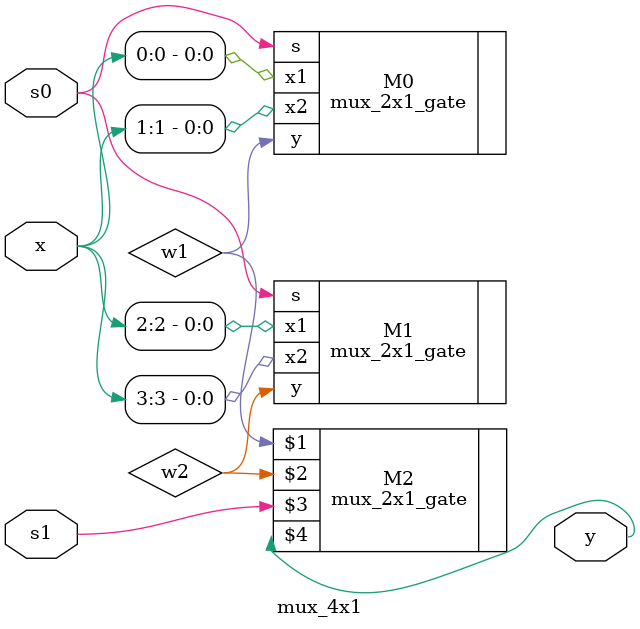
<source format=v>
module mux_4x1 (
  input [3:0] x,
  input s0, s1,
  output y
);
  wire w1, w2;
  mux_2x1_gate M0 (.x1(x[0]), .x2(x[1]), .s(s0), .y(w1));
  mux_2x1_gate M1 (.x1(x[2]), .x2(x[3]), .s(s0), .y(w2));
  mux_2x1_gate M2 (w1,w2,s1,y);


//always @ (x , s0 ,s1)
//begin
//y=s1?(s0?x[3]:x[2]):(s0?x[1]:x[0]);
//end
 
endmodule

</source>
